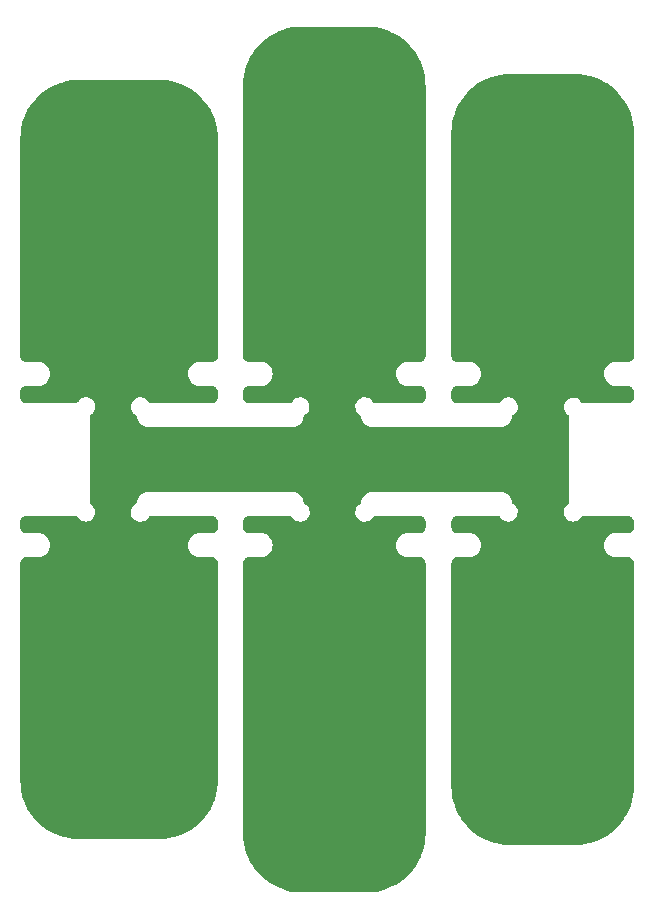
<source format=gbr>
G04 #@! TF.GenerationSoftware,KiCad,Pcbnew,9.0.2*
G04 #@! TF.CreationDate,2025-10-23T20:16:50-04:00*
G04 #@! TF.ProjectId,Trackball,54726163-6b62-4616-9c6c-2e6b69636164,rev?*
G04 #@! TF.SameCoordinates,Original*
G04 #@! TF.FileFunction,Copper,L2,Bot*
G04 #@! TF.FilePolarity,Positive*
%FSLAX46Y46*%
G04 Gerber Fmt 4.6, Leading zero omitted, Abs format (unit mm)*
G04 Created by KiCad (PCBNEW 9.0.2) date 2025-10-23 20:16:50*
%MOMM*%
%LPD*%
G01*
G04 APERTURE LIST*
G04 #@! TA.AperFunction,ComponentPad*
%ADD10C,5.000000*%
G04 #@! TD*
G04 #@! TA.AperFunction,ViaPad*
%ADD11C,0.800000*%
G04 #@! TD*
G04 APERTURE END LIST*
D10*
X-17860000Y-81600000D03*
D11*
X-460000Y-70000000D03*
X-260000Y-94000000D03*
X-17460000Y-93800000D03*
X-17460000Y-70200000D03*
X-35160000Y-70200000D03*
X-35260000Y-93800000D03*
G04 #@! TA.AperFunction,Conductor*
G36*
X-15099050Y-44997183D02*
G01*
X-14695789Y-45013738D01*
X-14685617Y-45014579D01*
X-14287700Y-45064061D01*
X-14277599Y-45065743D01*
X-13885116Y-45147926D01*
X-13875215Y-45150431D01*
X-13490853Y-45264752D01*
X-13481193Y-45268065D01*
X-13107601Y-45413738D01*
X-13098230Y-45417845D01*
X-12737936Y-45593883D01*
X-12728961Y-45598737D01*
X-12384440Y-45803930D01*
X-12375862Y-45809532D01*
X-12049483Y-46042468D01*
X-12041411Y-46048748D01*
X-11735373Y-46307858D01*
X-11727851Y-46314780D01*
X-11444259Y-46598282D01*
X-11437342Y-46605794D01*
X-11178134Y-46911753D01*
X-11171855Y-46919818D01*
X-10938806Y-47246137D01*
X-10933215Y-47254692D01*
X-10727924Y-47599130D01*
X-10723045Y-47608140D01*
X-10646510Y-47764662D01*
X-10546903Y-47968363D01*
X-10542787Y-47977744D01*
X-10396995Y-48351295D01*
X-10393683Y-48360940D01*
X-10340835Y-48538415D01*
X-10279243Y-48745254D01*
X-10276728Y-48755181D01*
X-10194421Y-49147639D01*
X-10192739Y-49157725D01*
X-10144174Y-49547253D01*
X-10143132Y-49555612D01*
X-10142285Y-49565824D01*
X-10129391Y-49877528D01*
X-10125606Y-49969017D01*
X-10125500Y-49974142D01*
X-10125500Y-72891874D01*
X-10126561Y-72908059D01*
X-10139537Y-73006623D01*
X-10147915Y-73037890D01*
X-10147915Y-73037891D01*
X-10182823Y-73122167D01*
X-10199005Y-73150197D01*
X-10222910Y-73181350D01*
X-10254541Y-73222571D01*
X-10277428Y-73245458D01*
X-10314536Y-73273933D01*
X-10349800Y-73300992D01*
X-10377824Y-73317171D01*
X-10377834Y-73317177D01*
X-10462109Y-73352084D01*
X-10493375Y-73360462D01*
X-10580208Y-73371894D01*
X-10591941Y-73373439D01*
X-10608126Y-73374500D01*
X-11591715Y-73374500D01*
X-11600000Y-73374500D01*
X-11695027Y-73374500D01*
X-11881844Y-73409423D01*
X-11946427Y-73434442D01*
X-12059057Y-73478075D01*
X-12059061Y-73478077D01*
X-12059063Y-73478078D01*
X-12220649Y-73578128D01*
X-12361100Y-73706166D01*
X-12475633Y-73857831D01*
X-12476014Y-73858597D01*
X-12560341Y-74027948D01*
X-12560347Y-74027960D01*
X-12612357Y-74210758D01*
X-12629893Y-74400000D01*
X-12612357Y-74589242D01*
X-12560347Y-74772040D01*
X-12475633Y-74942169D01*
X-12361100Y-75093834D01*
X-12220649Y-75221872D01*
X-12059063Y-75321922D01*
X-11881844Y-75390577D01*
X-11695027Y-75425500D01*
X-11610562Y-75425500D01*
X-10608285Y-75425500D01*
X-10608126Y-75425500D01*
X-10591940Y-75426561D01*
X-10493375Y-75439537D01*
X-10462107Y-75447915D01*
X-10377828Y-75482825D01*
X-10349805Y-75499003D01*
X-10277433Y-75554537D01*
X-10277428Y-75554541D01*
X-10254543Y-75577426D01*
X-10199003Y-75649805D01*
X-10182825Y-75677828D01*
X-10163146Y-75725338D01*
X-10147915Y-75762109D01*
X-10139537Y-75793376D01*
X-10126561Y-75891940D01*
X-10125500Y-75908125D01*
X-10125500Y-76391874D01*
X-10126561Y-76408059D01*
X-10139537Y-76506623D01*
X-10147915Y-76537890D01*
X-10157655Y-76561405D01*
X-10182823Y-76622167D01*
X-10199005Y-76650197D01*
X-10221863Y-76679985D01*
X-10254541Y-76722571D01*
X-10277428Y-76745458D01*
X-10314536Y-76773933D01*
X-10349800Y-76800992D01*
X-10377834Y-76817177D01*
X-10462109Y-76852084D01*
X-10493375Y-76860462D01*
X-10580208Y-76871894D01*
X-10591941Y-76873439D01*
X-10608126Y-76874500D01*
X-14460193Y-76874500D01*
X-14527232Y-76854815D01*
X-14561434Y-76817540D01*
X-14563529Y-76818941D01*
X-14567124Y-76813563D01*
X-14567126Y-76813559D01*
X-14619300Y-76735519D01*
X-14659256Y-76675753D01*
X-14777838Y-76559934D01*
X-14777842Y-76559930D01*
X-14917767Y-76471080D01*
X-14917781Y-76471073D01*
X-15073028Y-76413012D01*
X-15073034Y-76413011D01*
X-15236935Y-76388238D01*
X-15236936Y-76388238D01*
X-15402422Y-76397823D01*
X-15562364Y-76441353D01*
X-15562365Y-76441353D01*
X-15562366Y-76441354D01*
X-15709884Y-76516957D01*
X-15709885Y-76516958D01*
X-15838624Y-76621375D01*
X-15886161Y-76679985D01*
X-15943043Y-76750116D01*
X-16018646Y-76897634D01*
X-16062177Y-77057578D01*
X-16071762Y-77223064D01*
X-16046989Y-77386965D01*
X-16046987Y-77386969D01*
X-16046987Y-77386971D01*
X-16036996Y-77413686D01*
X-15988924Y-77542225D01*
X-15900067Y-77682160D01*
X-15794881Y-77789854D01*
X-15786614Y-77798319D01*
X-15784244Y-77800745D01*
X-15646441Y-77892874D01*
X-15646436Y-77892875D01*
X-15641059Y-77896471D01*
X-15642595Y-77898769D01*
X-15601179Y-77938915D01*
X-15587014Y-77984490D01*
X-15586440Y-77984389D01*
X-15585645Y-77988897D01*
X-15585542Y-77989229D01*
X-15585500Y-77989707D01*
X-15585500Y-77989720D01*
X-15554341Y-78166433D01*
X-15492969Y-78335051D01*
X-15403249Y-78490450D01*
X-15287908Y-78627908D01*
X-15150450Y-78743249D01*
X-14995051Y-78832969D01*
X-14826433Y-78894341D01*
X-14649720Y-78925500D01*
X-14649718Y-78925500D01*
X-3734190Y-78925500D01*
X-3734188Y-78925500D01*
X-3557475Y-78894341D01*
X-3388857Y-78832969D01*
X-3388854Y-78832967D01*
X-3388853Y-78832967D01*
X-3388852Y-78832966D01*
X-3233464Y-78743253D01*
X-3233461Y-78743251D01*
X-3233458Y-78743249D01*
X-3096000Y-78627908D01*
X-2980659Y-78490450D01*
X-2980657Y-78490446D01*
X-2980654Y-78490443D01*
X-2890941Y-78335055D01*
X-2890940Y-78335054D01*
X-2829566Y-78166432D01*
X-2797468Y-77984389D01*
X-2796377Y-77984581D01*
X-2772956Y-77924716D01*
X-2741402Y-77898344D01*
X-2742462Y-77896744D01*
X-2737056Y-77893167D01*
X-2737055Y-77893167D01*
X-2598123Y-77801248D01*
X-2481218Y-77682570D01*
X-2480955Y-77682160D01*
X-2453802Y-77639744D01*
X-2391402Y-77542270D01*
X-2391398Y-77542260D01*
X-2332562Y-77386422D01*
X-2307244Y-77221764D01*
X-2316547Y-77055443D01*
X-2351590Y-76925963D01*
X-2360068Y-76894639D01*
X-2360068Y-76894638D01*
X-2360069Y-76894636D01*
X-2435918Y-76746326D01*
X-2436297Y-76745859D01*
X-2540822Y-76616914D01*
X-2670231Y-76512012D01*
X-2670232Y-76512011D01*
X-2670234Y-76512010D01*
X-2818544Y-76436161D01*
X-2818546Y-76436160D01*
X-2818547Y-76436160D01*
X-2898948Y-76414400D01*
X-2979352Y-76392639D01*
X-2979350Y-76392639D01*
X-3145672Y-76383336D01*
X-3310330Y-76408654D01*
X-3466168Y-76467490D01*
X-3466169Y-76467490D01*
X-3466178Y-76467494D01*
X-3552586Y-76522810D01*
X-3606474Y-76557307D01*
X-3606475Y-76557308D01*
X-3606478Y-76557310D01*
X-3725156Y-76674215D01*
X-3817042Y-76813097D01*
X-3820652Y-76818554D01*
X-3823095Y-76816937D01*
X-3862673Y-76858126D01*
X-3924258Y-76874500D01*
X-7455783Y-76874500D01*
X-7471967Y-76873439D01*
X-7482153Y-76872098D01*
X-7570533Y-76860462D01*
X-7601799Y-76852084D01*
X-7686074Y-76817177D01*
X-7714110Y-76800991D01*
X-7786480Y-76745458D01*
X-7809367Y-76722571D01*
X-7864900Y-76650201D01*
X-7881086Y-76622165D01*
X-7915993Y-76537890D01*
X-7924371Y-76506624D01*
X-7936374Y-76415455D01*
X-7937348Y-76408058D01*
X-7938409Y-76391874D01*
X-7938409Y-75908125D01*
X-7937348Y-75891939D01*
X-7924371Y-75793375D01*
X-7915993Y-75762109D01*
X-7881086Y-75677834D01*
X-7864900Y-75649798D01*
X-7864897Y-75649795D01*
X-7840996Y-75618646D01*
X-7809367Y-75577428D01*
X-7786480Y-75554541D01*
X-7749365Y-75526061D01*
X-7714106Y-75499005D01*
X-7686077Y-75482823D01*
X-7646558Y-75466454D01*
X-7601799Y-75447915D01*
X-7570532Y-75439537D01*
X-7471968Y-75426561D01*
X-7455783Y-75425500D01*
X-6368884Y-75425500D01*
X-6368882Y-75425500D01*
X-6182065Y-75390577D01*
X-6004846Y-75321922D01*
X-5843260Y-75221872D01*
X-5702809Y-75093834D01*
X-5588276Y-74942169D01*
X-5587895Y-74941403D01*
X-5503562Y-74772042D01*
X-5451551Y-74589239D01*
X-5434016Y-74400000D01*
X-5434016Y-74399999D01*
X-5451551Y-74210760D01*
X-5503562Y-74027957D01*
X-5588276Y-73857830D01*
X-5702810Y-73706164D01*
X-5843258Y-73578129D01*
X-6004847Y-73478077D01*
X-6004851Y-73478075D01*
X-6134731Y-73427760D01*
X-6182065Y-73409423D01*
X-6368882Y-73374500D01*
X-6368884Y-73374500D01*
X-7455783Y-73374500D01*
X-7471967Y-73373439D01*
X-7482153Y-73372098D01*
X-7570533Y-73360462D01*
X-7601799Y-73352084D01*
X-7686074Y-73317177D01*
X-7714110Y-73300991D01*
X-7786480Y-73245458D01*
X-7809367Y-73222571D01*
X-7864900Y-73150201D01*
X-7881086Y-73122165D01*
X-7915993Y-73037890D01*
X-7924371Y-73006624D01*
X-7937347Y-72908067D01*
X-7938408Y-72891881D01*
X-7938408Y-53975877D01*
X-7938302Y-53970753D01*
X-7921635Y-53567731D01*
X-7920789Y-53557520D01*
X-7871223Y-53159795D01*
X-7869537Y-53149688D01*
X-7787301Y-52757407D01*
X-7784786Y-52747474D01*
X-7670446Y-52363330D01*
X-7667120Y-52353639D01*
X-7521452Y-51980242D01*
X-7517337Y-51970858D01*
X-7341337Y-51610759D01*
X-7336460Y-51601747D01*
X-7131329Y-51257410D01*
X-7125726Y-51248831D01*
X-6892876Y-50922617D01*
X-6886584Y-50914530D01*
X-6627578Y-50608635D01*
X-6620639Y-50601096D01*
X-6337281Y-50317648D01*
X-6329744Y-50310707D01*
X-6327135Y-50308497D01*
X-6176840Y-50181158D01*
X-6023937Y-50051610D01*
X-6015852Y-50045315D01*
X-5689713Y-49812362D01*
X-5681136Y-49806755D01*
X-5336849Y-49601508D01*
X-5327838Y-49596630D01*
X-5326809Y-49596127D01*
X-4967807Y-49420521D01*
X-4958426Y-49416404D01*
X-4585068Y-49270615D01*
X-4575400Y-49267293D01*
X-4191265Y-49152823D01*
X-4181350Y-49150309D01*
X-3789067Y-49067944D01*
X-3778997Y-49066261D01*
X-3381259Y-49016565D01*
X-3371066Y-49015717D01*
X-2968040Y-48998923D01*
X-2963021Y-48998816D01*
X-2958204Y-48998815D01*
X-2958201Y-48998814D01*
X-2958201Y-48998815D01*
X-2958196Y-48998815D01*
X-2958195Y-48998814D01*
X2531995Y-48997080D01*
X2537041Y-48997183D01*
X2940300Y-49013738D01*
X2950475Y-49014579D01*
X3348398Y-49064063D01*
X3358481Y-49065742D01*
X3749543Y-49147627D01*
X3750957Y-49147923D01*
X3760894Y-49150437D01*
X3775244Y-49154705D01*
X4145229Y-49264750D01*
X4154904Y-49268069D01*
X4368342Y-49351294D01*
X4528481Y-49413736D01*
X4537869Y-49417851D01*
X4898145Y-49593879D01*
X4907140Y-49598744D01*
X4992031Y-49649304D01*
X5251650Y-49803931D01*
X5260232Y-49809536D01*
X5586597Y-50042461D01*
X5594688Y-50048756D01*
X5900718Y-50307859D01*
X5908238Y-50314780D01*
X5969984Y-50376506D01*
X6191817Y-50598269D01*
X6198761Y-50605810D01*
X6457946Y-50911742D01*
X6464243Y-50919830D01*
X6697274Y-51246124D01*
X6702882Y-51254705D01*
X6908165Y-51599131D01*
X6913045Y-51608145D01*
X7089186Y-51968364D01*
X7093304Y-51977751D01*
X7239086Y-52351271D01*
X7242415Y-52360967D01*
X7356846Y-52745255D01*
X7359363Y-52755191D01*
X7441665Y-53147627D01*
X7443352Y-53157738D01*
X7492957Y-53555612D01*
X7493804Y-53565828D01*
X7510486Y-53969069D01*
X7510592Y-53974194D01*
X7510592Y-72891874D01*
X7509531Y-72908059D01*
X7496555Y-73006622D01*
X7488177Y-73037891D01*
X7453268Y-73122167D01*
X7437082Y-73150200D01*
X7381552Y-73222567D01*
X7358663Y-73245456D01*
X7286295Y-73300985D01*
X7258260Y-73317171D01*
X7173981Y-73352079D01*
X7142714Y-73360456D01*
X7053510Y-73372199D01*
X7044090Y-73373439D01*
X7027908Y-73374500D01*
X6044377Y-73374500D01*
X6036092Y-73374500D01*
X5941065Y-73374500D01*
X5754248Y-73409422D01*
X5754245Y-73409422D01*
X5754245Y-73409423D01*
X5577030Y-73478075D01*
X5577029Y-73478076D01*
X5415440Y-73578128D01*
X5274992Y-73706162D01*
X5160459Y-73857828D01*
X5160454Y-73857836D01*
X5075748Y-74027948D01*
X5075743Y-74027961D01*
X5023732Y-74210758D01*
X5006197Y-74399999D01*
X5006197Y-74400000D01*
X5023732Y-74589241D01*
X5023733Y-74589243D01*
X5075744Y-74772041D01*
X5075744Y-74772042D01*
X5075748Y-74772051D01*
X5160454Y-74942163D01*
X5160459Y-74942171D01*
X5274992Y-75093837D01*
X5395817Y-75203982D01*
X5415442Y-75221873D01*
X5577028Y-75321923D01*
X5577029Y-75321923D01*
X5577030Y-75321924D01*
X5614573Y-75336468D01*
X5754248Y-75390578D01*
X5941065Y-75425500D01*
X6025530Y-75425500D01*
X7027807Y-75425500D01*
X7027968Y-75425500D01*
X7044151Y-75426560D01*
X7142718Y-75439536D01*
X7173984Y-75447913D01*
X7258264Y-75482821D01*
X7286298Y-75499006D01*
X7358669Y-75554538D01*
X7381553Y-75577421D01*
X7437089Y-75649795D01*
X7453274Y-75677829D01*
X7488183Y-75762107D01*
X7496561Y-75793373D01*
X7507226Y-75874373D01*
X7509209Y-75889438D01*
X7509531Y-75891879D01*
X7510592Y-75908066D01*
X7510592Y-76391874D01*
X7509531Y-76408059D01*
X7496555Y-76506622D01*
X7488177Y-76537889D01*
X7472947Y-76574659D01*
X7453268Y-76622167D01*
X7437082Y-76650200D01*
X7381552Y-76722567D01*
X7358663Y-76745456D01*
X7286295Y-76800985D01*
X7258260Y-76817171D01*
X7173981Y-76852079D01*
X7142714Y-76860456D01*
X7053510Y-76872199D01*
X7044090Y-76873439D01*
X7027908Y-76874500D01*
X3173836Y-76874500D01*
X3106797Y-76854815D01*
X3070365Y-76816235D01*
X3069668Y-76816736D01*
X3065971Y-76811582D01*
X3065854Y-76811458D01*
X3065749Y-76811273D01*
X3065749Y-76811272D01*
X2965950Y-76672136D01*
X2838565Y-76557718D01*
X2838563Y-76557716D01*
X2704436Y-76481796D01*
X2689554Y-76473372D01*
X2689553Y-76473371D01*
X2689552Y-76473371D01*
X2525894Y-76423045D01*
X2525891Y-76423044D01*
X2355234Y-76409090D01*
X2185570Y-76432162D01*
X2024840Y-76491180D01*
X2024835Y-76491183D01*
X1880553Y-76583389D01*
X1759481Y-76704461D01*
X1667275Y-76848743D01*
X1667272Y-76848748D01*
X1608254Y-77009478D01*
X1597034Y-77091988D01*
X1585182Y-77179142D01*
X1599136Y-77349799D01*
X1599137Y-77349802D01*
X1619690Y-77416641D01*
X1649464Y-77513462D01*
X1665773Y-77542275D01*
X1733808Y-77662471D01*
X1751906Y-77682620D01*
X1848228Y-77789858D01*
X1939892Y-77855606D01*
X1987058Y-77889438D01*
X1987364Y-77889657D01*
X1987368Y-77889658D01*
X1987536Y-77889754D01*
X1987623Y-77889843D01*
X1992828Y-77893577D01*
X1992159Y-77894508D01*
X2036245Y-77939846D01*
X2050592Y-77997744D01*
X2050592Y-85300709D01*
X2030907Y-85367748D01*
X1991092Y-85404813D01*
X1991660Y-85405628D01*
X1843626Y-85508738D01*
X1843626Y-85508739D01*
X1726035Y-85636514D01*
X1638930Y-85786743D01*
X1638930Y-85786744D01*
X1586458Y-85952272D01*
X1586458Y-85952273D01*
X1571110Y-86125246D01*
X1593618Y-86297434D01*
X1634787Y-86410760D01*
X1652910Y-86460647D01*
X1746167Y-86607132D01*
X1868957Y-86729922D01*
X1919512Y-86762107D01*
X2014444Y-86822545D01*
X2015442Y-86823180D01*
X2153199Y-86873223D01*
X2176878Y-86881825D01*
X2178657Y-86882471D01*
X2350843Y-86904979D01*
X2523815Y-86889631D01*
X2689348Y-86837159D01*
X2839574Y-86750056D01*
X2967350Y-86632463D01*
X3066602Y-86489972D01*
X3066603Y-86489968D01*
X3070460Y-86484432D01*
X3071480Y-86485143D01*
X3115941Y-86440674D01*
X3175379Y-86425500D01*
X7027807Y-86425500D01*
X7027968Y-86425500D01*
X7044151Y-86426560D01*
X7142718Y-86439536D01*
X7173983Y-86447912D01*
X7202748Y-86459827D01*
X7258264Y-86482821D01*
X7286298Y-86499006D01*
X7358669Y-86554538D01*
X7381553Y-86577421D01*
X7437089Y-86649795D01*
X7453274Y-86677829D01*
X7488183Y-86762107D01*
X7496561Y-86793373D01*
X7505973Y-86864857D01*
X7509209Y-86889438D01*
X7509531Y-86891879D01*
X7510592Y-86908066D01*
X7510592Y-87391874D01*
X7509531Y-87408059D01*
X7496555Y-87506622D01*
X7488177Y-87537891D01*
X7453268Y-87622167D01*
X7437082Y-87650200D01*
X7381552Y-87722567D01*
X7358663Y-87745456D01*
X7286295Y-87800985D01*
X7258260Y-87817171D01*
X7173981Y-87852079D01*
X7142714Y-87860456D01*
X7053510Y-87872199D01*
X7044090Y-87873439D01*
X7027908Y-87874500D01*
X6044377Y-87874500D01*
X6036092Y-87874500D01*
X5941065Y-87874500D01*
X5754248Y-87909422D01*
X5754245Y-87909422D01*
X5754245Y-87909423D01*
X5577030Y-87978075D01*
X5577029Y-87978076D01*
X5415440Y-88078128D01*
X5274992Y-88206162D01*
X5160459Y-88357828D01*
X5160454Y-88357836D01*
X5075748Y-88527948D01*
X5075743Y-88527961D01*
X5023732Y-88710758D01*
X5006197Y-88899999D01*
X5006197Y-88900000D01*
X5023732Y-89089241D01*
X5023733Y-89089243D01*
X5075744Y-89272041D01*
X5075744Y-89272042D01*
X5075748Y-89272051D01*
X5160454Y-89442163D01*
X5160459Y-89442171D01*
X5274992Y-89593837D01*
X5395817Y-89703982D01*
X5415442Y-89721873D01*
X5577028Y-89821923D01*
X5577029Y-89821923D01*
X5577030Y-89821924D01*
X5614573Y-89836468D01*
X5754248Y-89890578D01*
X5941065Y-89925500D01*
X6025530Y-89925500D01*
X7027807Y-89925500D01*
X7027968Y-89925500D01*
X7044151Y-89926560D01*
X7142718Y-89939536D01*
X7173984Y-89947913D01*
X7258264Y-89982821D01*
X7286298Y-89999006D01*
X7358669Y-90054538D01*
X7381553Y-90077421D01*
X7437089Y-90149795D01*
X7453274Y-90177829D01*
X7488183Y-90262107D01*
X7496561Y-90293373D01*
X7507226Y-90374373D01*
X7509209Y-90389438D01*
X7509531Y-90391879D01*
X7510592Y-90408066D01*
X7510592Y-109325857D01*
X7510486Y-109330983D01*
X7493806Y-109734172D01*
X7492959Y-109744387D01*
X7443354Y-110142261D01*
X7441667Y-110152372D01*
X7359364Y-110544811D01*
X7356847Y-110554748D01*
X7242417Y-110939031D01*
X7239088Y-110948726D01*
X7093306Y-111322249D01*
X7089188Y-111331636D01*
X6913047Y-111691855D01*
X6908167Y-111700869D01*
X6702884Y-112045294D01*
X6697276Y-112053875D01*
X6464245Y-112380169D01*
X6457948Y-112388257D01*
X6198762Y-112694190D01*
X6191818Y-112701731D01*
X5908250Y-112985210D01*
X5900708Y-112992151D01*
X5594689Y-113251244D01*
X5586598Y-113257539D01*
X5260233Y-113490464D01*
X5251651Y-113496069D01*
X4907151Y-113701250D01*
X4898134Y-113706127D01*
X4537870Y-113882149D01*
X4528482Y-113886264D01*
X4154915Y-114031927D01*
X4145219Y-114035253D01*
X3760894Y-114149563D01*
X3750957Y-114152077D01*
X3358498Y-114234255D01*
X3348386Y-114235939D01*
X2950496Y-114285419D01*
X2940280Y-114286263D01*
X2537105Y-114302814D01*
X2531980Y-114302918D01*
X-2939778Y-114301189D01*
X-2958204Y-114301184D01*
X-2958246Y-114301183D01*
X-2962943Y-114301182D01*
X-2968054Y-114301074D01*
X-3371057Y-114284281D01*
X-3381268Y-114283432D01*
X-3778979Y-114233740D01*
X-3789085Y-114232051D01*
X-4181340Y-114149691D01*
X-4191272Y-114147173D01*
X-4575388Y-114032709D01*
X-4585079Y-114029379D01*
X-4958426Y-113883594D01*
X-4967808Y-113879476D01*
X-5327847Y-113703365D01*
X-5336858Y-113698486D01*
X-5681126Y-113493249D01*
X-5689703Y-113487643D01*
X-6015844Y-113254688D01*
X-6023928Y-113248394D01*
X-6329749Y-112989286D01*
X-6337287Y-112982344D01*
X-6620638Y-112698903D01*
X-6627577Y-112691364D01*
X-6886583Y-112385468D01*
X-6892875Y-112377381D01*
X-7125725Y-112051167D01*
X-7131329Y-112042588D01*
X-7336465Y-111698241D01*
X-7341340Y-111689229D01*
X-7517331Y-111329151D01*
X-7521447Y-111319767D01*
X-7667119Y-110946360D01*
X-7670445Y-110936669D01*
X-7784785Y-110552525D01*
X-7787300Y-110542592D01*
X-7869536Y-110150310D01*
X-7871222Y-110140203D01*
X-7920788Y-109742478D01*
X-7921634Y-109732267D01*
X-7938302Y-109329212D01*
X-7938408Y-109324088D01*
X-7938408Y-90408123D01*
X-7937347Y-90391938D01*
X-7924371Y-90293376D01*
X-7924370Y-90293373D01*
X-7915993Y-90262109D01*
X-7881086Y-90177834D01*
X-7864900Y-90149798D01*
X-7864897Y-90149795D01*
X-7840996Y-90118646D01*
X-7809367Y-90077428D01*
X-7786480Y-90054541D01*
X-7749365Y-90026061D01*
X-7714106Y-89999005D01*
X-7686077Y-89982823D01*
X-7646558Y-89966454D01*
X-7601799Y-89947915D01*
X-7570532Y-89939537D01*
X-7471968Y-89926561D01*
X-7455783Y-89925500D01*
X-6368884Y-89925500D01*
X-6368882Y-89925500D01*
X-6182065Y-89890577D01*
X-6004846Y-89821922D01*
X-5843260Y-89721872D01*
X-5702809Y-89593834D01*
X-5588276Y-89442169D01*
X-5587895Y-89441403D01*
X-5503562Y-89272042D01*
X-5451551Y-89089239D01*
X-5434016Y-88900000D01*
X-5434016Y-88899999D01*
X-5451551Y-88710760D01*
X-5503562Y-88527957D01*
X-5588276Y-88357830D01*
X-5702810Y-88206164D01*
X-5843258Y-88078129D01*
X-6004847Y-87978077D01*
X-6004851Y-87978075D01*
X-6134731Y-87927760D01*
X-6182065Y-87909423D01*
X-6368882Y-87874500D01*
X-6368884Y-87874500D01*
X-7455783Y-87874500D01*
X-7471967Y-87873439D01*
X-7482153Y-87872098D01*
X-7570533Y-87860462D01*
X-7601799Y-87852084D01*
X-7686074Y-87817177D01*
X-7714110Y-87800991D01*
X-7786480Y-87745458D01*
X-7809367Y-87722571D01*
X-7864900Y-87650201D01*
X-7881086Y-87622165D01*
X-7915993Y-87537890D01*
X-7924371Y-87506624D01*
X-7937348Y-87408060D01*
X-7938409Y-87391874D01*
X-7938409Y-86908125D01*
X-7937348Y-86891939D01*
X-7936897Y-86888518D01*
X-7931221Y-86845399D01*
X-7924371Y-86793375D01*
X-7915993Y-86762109D01*
X-7881086Y-86677834D01*
X-7864900Y-86649798D01*
X-7864897Y-86649795D01*
X-7840996Y-86618646D01*
X-7809367Y-86577428D01*
X-7786480Y-86554541D01*
X-7723928Y-86506542D01*
X-7714106Y-86499005D01*
X-7686077Y-86482823D01*
X-7632538Y-86460647D01*
X-7601799Y-86447915D01*
X-7570532Y-86439537D01*
X-7471968Y-86426561D01*
X-7455783Y-86425500D01*
X-7455624Y-86425500D01*
X-3923058Y-86425500D01*
X-3856019Y-86445185D01*
X-3819007Y-86484890D01*
X-3818204Y-86484329D01*
X-3814342Y-86489859D01*
X-3814341Y-86489862D01*
X-3715041Y-86632059D01*
X-3587299Y-86749373D01*
X-3437180Y-86836234D01*
X-3320178Y-86873226D01*
X-3271815Y-86888517D01*
X-3271813Y-86888517D01*
X-3271811Y-86888518D01*
X-3271808Y-86888518D01*
X-3271804Y-86888519D01*
X-3099046Y-86903743D01*
X-3099043Y-86903743D01*
X-2927079Y-86881186D01*
X-2882171Y-86864857D01*
X-2764090Y-86821922D01*
X-2764089Y-86821921D01*
X-2764082Y-86821919D01*
X-2617792Y-86728754D01*
X-2617791Y-86728753D01*
X-2617789Y-86728752D01*
X-2495154Y-86606117D01*
X-2462308Y-86554541D01*
X-2401988Y-86459825D01*
X-2401986Y-86459820D01*
X-2401984Y-86459816D01*
X-2342720Y-86296827D01*
X-2320163Y-86124863D01*
X-2320163Y-86124860D01*
X-2335387Y-85952102D01*
X-2335389Y-85952091D01*
X-2387671Y-85786732D01*
X-2387675Y-85786722D01*
X-2474532Y-85636609D01*
X-2591849Y-85508864D01*
X-2734049Y-85409563D01*
X-2734330Y-85409410D01*
X-2734468Y-85409270D01*
X-2739578Y-85405703D01*
X-2738939Y-85404789D01*
X-2783677Y-85359947D01*
X-2797073Y-85315541D01*
X-2797467Y-85315611D01*
X-2798050Y-85312300D01*
X-2798304Y-85311461D01*
X-2798407Y-85310275D01*
X-2829565Y-85133567D01*
X-2890939Y-84964945D01*
X-2890940Y-84964944D01*
X-2980653Y-84809556D01*
X-3095999Y-84672092D01*
X-3233463Y-84556746D01*
X-3388851Y-84467033D01*
X-3388852Y-84467032D01*
X-3557474Y-84405658D01*
X-3734184Y-84374500D01*
X-3734187Y-84374500D01*
X-3813345Y-84374500D01*
X-14551714Y-84374500D01*
X-14559999Y-84374500D01*
X-14649719Y-84374500D01*
X-14649721Y-84374500D01*
X-14826431Y-84405658D01*
X-14995053Y-84467032D01*
X-14995054Y-84467033D01*
X-15150442Y-84556746D01*
X-15150445Y-84556749D01*
X-15150449Y-84556751D01*
X-15287907Y-84672092D01*
X-15403248Y-84809550D01*
X-15403250Y-84809553D01*
X-15403252Y-84809556D01*
X-15462831Y-84912750D01*
X-15492968Y-84964949D01*
X-15554340Y-85133567D01*
X-15585499Y-85310280D01*
X-15585499Y-85310290D01*
X-15585542Y-85310772D01*
X-15585621Y-85310975D01*
X-15586439Y-85315611D01*
X-15587370Y-85315446D01*
X-15610994Y-85375841D01*
X-15642100Y-85401971D01*
X-15641060Y-85403528D01*
X-15784237Y-85499250D01*
X-15784244Y-85499255D01*
X-15900067Y-85617839D01*
X-15988924Y-85757774D01*
X-16046990Y-85913035D01*
X-16071763Y-86076936D01*
X-16062178Y-86242422D01*
X-16018647Y-86402367D01*
X-15943044Y-86549886D01*
X-15838625Y-86678626D01*
X-15709885Y-86783045D01*
X-15562366Y-86858648D01*
X-15402421Y-86902179D01*
X-15236935Y-86911764D01*
X-15073034Y-86886991D01*
X-14917773Y-86828925D01*
X-14911037Y-86824648D01*
X-14777841Y-86740070D01*
X-14777840Y-86740069D01*
X-14777838Y-86740068D01*
X-14659254Y-86624245D01*
X-14659251Y-86624241D01*
X-14659250Y-86624240D01*
X-14563526Y-86481059D01*
X-14561115Y-86482670D01*
X-14521288Y-86441596D01*
X-14460191Y-86425500D01*
X-10608285Y-86425500D01*
X-10608126Y-86425500D01*
X-10591940Y-86426561D01*
X-10493375Y-86439537D01*
X-10462107Y-86447915D01*
X-10377828Y-86482825D01*
X-10349805Y-86499003D01*
X-10283493Y-86549887D01*
X-10277428Y-86554541D01*
X-10254543Y-86577426D01*
X-10199003Y-86649805D01*
X-10182825Y-86677828D01*
X-10157044Y-86740070D01*
X-10147915Y-86762109D01*
X-10139537Y-86793375D01*
X-10129409Y-86870306D01*
X-10126561Y-86891940D01*
X-10125500Y-86908125D01*
X-10125500Y-87391874D01*
X-10126561Y-87408059D01*
X-10139537Y-87506623D01*
X-10147915Y-87537890D01*
X-10147915Y-87537891D01*
X-10182823Y-87622167D01*
X-10199005Y-87650197D01*
X-10222910Y-87681350D01*
X-10254541Y-87722571D01*
X-10277428Y-87745458D01*
X-10314536Y-87773933D01*
X-10349800Y-87800992D01*
X-10377834Y-87817177D01*
X-10462109Y-87852084D01*
X-10493375Y-87860462D01*
X-10580208Y-87871894D01*
X-10591941Y-87873439D01*
X-10608126Y-87874500D01*
X-11591715Y-87874500D01*
X-11600000Y-87874500D01*
X-11695027Y-87874500D01*
X-11881844Y-87909423D01*
X-11946427Y-87934442D01*
X-12059057Y-87978075D01*
X-12059061Y-87978077D01*
X-12059063Y-87978078D01*
X-12220649Y-88078128D01*
X-12361100Y-88206166D01*
X-12475633Y-88357831D01*
X-12476014Y-88358597D01*
X-12560341Y-88527948D01*
X-12560347Y-88527960D01*
X-12612357Y-88710758D01*
X-12629893Y-88900000D01*
X-12612357Y-89089242D01*
X-12560347Y-89272040D01*
X-12475633Y-89442169D01*
X-12361100Y-89593834D01*
X-12220649Y-89721872D01*
X-12059063Y-89821922D01*
X-11881844Y-89890577D01*
X-11695027Y-89925500D01*
X-11610562Y-89925500D01*
X-10608285Y-89925500D01*
X-10608126Y-89925500D01*
X-10591940Y-89926561D01*
X-10493375Y-89939537D01*
X-10462107Y-89947915D01*
X-10377828Y-89982825D01*
X-10349805Y-89999003D01*
X-10277433Y-90054537D01*
X-10277428Y-90054541D01*
X-10254543Y-90077426D01*
X-10199003Y-90149805D01*
X-10182825Y-90177828D01*
X-10163146Y-90225338D01*
X-10147915Y-90262109D01*
X-10139537Y-90293376D01*
X-10126561Y-90391940D01*
X-10125500Y-90408125D01*
X-10125500Y-113325857D01*
X-10125606Y-113330982D01*
X-10140917Y-113701112D01*
X-10142285Y-113734171D01*
X-10143131Y-113744384D01*
X-10192480Y-114140203D01*
X-10192737Y-114142261D01*
X-10194422Y-114152364D01*
X-10276731Y-114544829D01*
X-10279238Y-114554724D01*
X-10393681Y-114939051D01*
X-10396998Y-114948712D01*
X-10477393Y-115154702D01*
X-10542785Y-115322249D01*
X-10546903Y-115331636D01*
X-10723044Y-115691855D01*
X-10727924Y-115700869D01*
X-10933207Y-116045294D01*
X-10938815Y-116053875D01*
X-11171846Y-116380169D01*
X-11178143Y-116388257D01*
X-11437329Y-116694190D01*
X-11444271Y-116701729D01*
X-11727851Y-116985219D01*
X-11735373Y-116992142D01*
X-11938678Y-117164272D01*
X-12041402Y-117251244D01*
X-12049493Y-117257539D01*
X-12375858Y-117490464D01*
X-12384440Y-117496069D01*
X-12637876Y-117647013D01*
X-12728708Y-117701112D01*
X-12728940Y-117701250D01*
X-12737957Y-117706127D01*
X-13098221Y-117882149D01*
X-13107609Y-117886264D01*
X-13481176Y-118031927D01*
X-13490872Y-118035253D01*
X-13875197Y-118149563D01*
X-13885134Y-118152077D01*
X-14277593Y-118234255D01*
X-14287705Y-118235939D01*
X-14685595Y-118285419D01*
X-14695811Y-118286263D01*
X-15098985Y-118302814D01*
X-15104110Y-118302918D01*
X-20575900Y-118301189D01*
X-20594296Y-118301184D01*
X-20594338Y-118301183D01*
X-20599035Y-118301182D01*
X-20604146Y-118301074D01*
X-21007149Y-118284281D01*
X-21017360Y-118283432D01*
X-21415071Y-118233740D01*
X-21425177Y-118232051D01*
X-21817432Y-118149691D01*
X-21827364Y-118147173D01*
X-22211480Y-118032709D01*
X-22221171Y-118029379D01*
X-22594518Y-117883594D01*
X-22603900Y-117879476D01*
X-22963939Y-117703365D01*
X-22972950Y-117698486D01*
X-23317218Y-117493249D01*
X-23325795Y-117487643D01*
X-23651936Y-117254688D01*
X-23660020Y-117248394D01*
X-23965841Y-116989286D01*
X-23973379Y-116982344D01*
X-24256730Y-116698903D01*
X-24263669Y-116691364D01*
X-24522675Y-116385468D01*
X-24528967Y-116377381D01*
X-24761817Y-116051167D01*
X-24767421Y-116042588D01*
X-24972557Y-115698241D01*
X-24977432Y-115689229D01*
X-25153423Y-115329151D01*
X-25157539Y-115319767D01*
X-25303211Y-114946360D01*
X-25306537Y-114936669D01*
X-25420877Y-114552525D01*
X-25423392Y-114542592D01*
X-25505628Y-114150310D01*
X-25507314Y-114140203D01*
X-25556880Y-113742478D01*
X-25557726Y-113732267D01*
X-25574394Y-113329212D01*
X-25574500Y-113324088D01*
X-25574500Y-90408123D01*
X-25573439Y-90391938D01*
X-25560463Y-90293376D01*
X-25560462Y-90293373D01*
X-25552085Y-90262109D01*
X-25517178Y-90177834D01*
X-25500992Y-90149798D01*
X-25500989Y-90149795D01*
X-25477088Y-90118646D01*
X-25445459Y-90077428D01*
X-25422572Y-90054541D01*
X-25385457Y-90026061D01*
X-25350198Y-89999005D01*
X-25322169Y-89982823D01*
X-25282650Y-89966454D01*
X-25237891Y-89947915D01*
X-25206624Y-89939537D01*
X-25108060Y-89926561D01*
X-25091875Y-89925500D01*
X-24004976Y-89925500D01*
X-24004974Y-89925500D01*
X-23818157Y-89890577D01*
X-23640938Y-89821922D01*
X-23479352Y-89721872D01*
X-23338901Y-89593834D01*
X-23224368Y-89442169D01*
X-23223987Y-89441403D01*
X-23139654Y-89272042D01*
X-23087643Y-89089239D01*
X-23070108Y-88900000D01*
X-23070108Y-88899999D01*
X-23087643Y-88710760D01*
X-23139654Y-88527957D01*
X-23224368Y-88357830D01*
X-23338902Y-88206164D01*
X-23479350Y-88078129D01*
X-23640939Y-87978077D01*
X-23640943Y-87978075D01*
X-23770823Y-87927760D01*
X-23818157Y-87909423D01*
X-24004974Y-87874500D01*
X-24004976Y-87874500D01*
X-25091875Y-87874500D01*
X-25108059Y-87873439D01*
X-25118245Y-87872098D01*
X-25206625Y-87860462D01*
X-25237891Y-87852084D01*
X-25322166Y-87817177D01*
X-25350202Y-87800991D01*
X-25422572Y-87745458D01*
X-25445459Y-87722571D01*
X-25500992Y-87650201D01*
X-25517178Y-87622165D01*
X-25552085Y-87537890D01*
X-25560463Y-87506624D01*
X-25573440Y-87408060D01*
X-25574501Y-87391874D01*
X-25574501Y-86908125D01*
X-25573440Y-86891939D01*
X-25572989Y-86888518D01*
X-25567313Y-86845399D01*
X-25560463Y-86793375D01*
X-25552085Y-86762109D01*
X-25517178Y-86677834D01*
X-25500992Y-86649798D01*
X-25500989Y-86649795D01*
X-25477088Y-86618646D01*
X-25445459Y-86577428D01*
X-25422572Y-86554541D01*
X-25360020Y-86506542D01*
X-25350198Y-86499005D01*
X-25322169Y-86482823D01*
X-25268630Y-86460647D01*
X-25237891Y-86447915D01*
X-25206624Y-86439537D01*
X-25108060Y-86426561D01*
X-25091875Y-86425500D01*
X-25091716Y-86425500D01*
X-21561021Y-86425500D01*
X-21493982Y-86445185D01*
X-21459284Y-86483368D01*
X-21457081Y-86481929D01*
X-21451900Y-86489862D01*
X-21361877Y-86627703D01*
X-21243085Y-86745954D01*
X-21102331Y-86836965D01*
X-20945748Y-86896771D01*
X-20780161Y-86922765D01*
X-20780155Y-86922764D01*
X-20780154Y-86922765D01*
X-20682525Y-86917544D01*
X-20612785Y-86913815D01*
X-20549359Y-86896768D01*
X-20450917Y-86870310D01*
X-20450915Y-86870309D01*
X-20450914Y-86870309D01*
X-20413519Y-86851234D01*
X-20301607Y-86794148D01*
X-20301604Y-86794146D01*
X-20301602Y-86794145D01*
X-20280671Y-86777190D01*
X-20171356Y-86688642D01*
X-20065857Y-86558401D01*
X-20065850Y-86558391D01*
X-19989692Y-86409090D01*
X-19989688Y-86409081D01*
X-19946185Y-86247220D01*
X-19946183Y-86247208D01*
X-19937233Y-86079844D01*
X-19937234Y-86079838D01*
X-19937690Y-86076931D01*
X-19963228Y-85914251D01*
X-19963228Y-85914249D01*
X-19963229Y-85914247D01*
X-19963230Y-85914243D01*
X-20023032Y-85757671D01*
X-20023032Y-85757670D01*
X-20114046Y-85616912D01*
X-20232295Y-85498122D01*
X-20232297Y-85498120D01*
X-20378070Y-85402918D01*
X-20376552Y-85400594D01*
X-20418362Y-85360810D01*
X-20432690Y-85315457D01*
X-20433559Y-85315611D01*
X-20465657Y-85133567D01*
X-20527031Y-84964945D01*
X-20527032Y-84964944D01*
X-20616745Y-84809556D01*
X-20732091Y-84672092D01*
X-20869555Y-84556746D01*
X-21024943Y-84467033D01*
X-21024944Y-84467032D01*
X-21193566Y-84405658D01*
X-21370276Y-84374500D01*
X-21370279Y-84374500D01*
X-21449437Y-84374500D01*
X-33551714Y-84374500D01*
X-33559999Y-84374500D01*
X-33649719Y-84374500D01*
X-33649721Y-84374500D01*
X-33826431Y-84405658D01*
X-33995053Y-84467032D01*
X-33995054Y-84467033D01*
X-34150442Y-84556746D01*
X-34150445Y-84556749D01*
X-34150449Y-84556751D01*
X-34287907Y-84672092D01*
X-34403248Y-84809550D01*
X-34403250Y-84809553D01*
X-34403252Y-84809556D01*
X-34462831Y-84912750D01*
X-34492968Y-84964949D01*
X-34530003Y-85066701D01*
X-34554340Y-85133567D01*
X-34586439Y-85315611D01*
X-34587818Y-85315367D01*
X-34610855Y-85374263D01*
X-34643236Y-85401085D01*
X-34642145Y-85402766D01*
X-34677158Y-85425500D01*
X-34788565Y-85497837D01*
X-34907423Y-85616680D01*
X-34998973Y-85757638D01*
X-35059215Y-85914551D01*
X-35085515Y-86080560D01*
X-35076723Y-86248409D01*
X-35033225Y-86410762D01*
X-34956920Y-86560523D01*
X-34851145Y-86691146D01*
X-34720522Y-86796921D01*
X-34570761Y-86873226D01*
X-34408408Y-86916724D01*
X-34240559Y-86925516D01*
X-34074550Y-86899216D01*
X-33917637Y-86838974D01*
X-33776679Y-86747424D01*
X-33657836Y-86628566D01*
X-33643919Y-86607132D01*
X-33562765Y-86482146D01*
X-33560243Y-86483783D01*
X-33521260Y-86442452D01*
X-33458677Y-86425500D01*
X-28193119Y-86425500D01*
X-28176933Y-86426560D01*
X-28078374Y-86439537D01*
X-28047107Y-86447915D01*
X-27962828Y-86482825D01*
X-27934805Y-86499003D01*
X-27868493Y-86549887D01*
X-27862428Y-86554541D01*
X-27839543Y-86577426D01*
X-27784003Y-86649805D01*
X-27767825Y-86677828D01*
X-27742044Y-86740070D01*
X-27732915Y-86762109D01*
X-27724537Y-86793375D01*
X-27714409Y-86870306D01*
X-27711561Y-86891940D01*
X-27710500Y-86908125D01*
X-27710500Y-87391874D01*
X-27711561Y-87408059D01*
X-27724537Y-87506623D01*
X-27732915Y-87537890D01*
X-27732915Y-87537891D01*
X-27767823Y-87622167D01*
X-27784005Y-87650197D01*
X-27807910Y-87681350D01*
X-27839541Y-87722571D01*
X-27862428Y-87745458D01*
X-27899536Y-87773933D01*
X-27934800Y-87800992D01*
X-27962834Y-87817177D01*
X-28047109Y-87852084D01*
X-28078375Y-87860462D01*
X-28165208Y-87871894D01*
X-28176941Y-87873439D01*
X-28193126Y-87874500D01*
X-29176715Y-87874500D01*
X-29185000Y-87874500D01*
X-29280027Y-87874500D01*
X-29466844Y-87909423D01*
X-29531427Y-87934442D01*
X-29644057Y-87978075D01*
X-29644061Y-87978077D01*
X-29644063Y-87978078D01*
X-29805649Y-88078128D01*
X-29946100Y-88206166D01*
X-30060633Y-88357831D01*
X-30061014Y-88358597D01*
X-30145341Y-88527948D01*
X-30145347Y-88527960D01*
X-30197357Y-88710758D01*
X-30214893Y-88900000D01*
X-30197357Y-89089242D01*
X-30145347Y-89272040D01*
X-30060633Y-89442169D01*
X-29946100Y-89593834D01*
X-29805649Y-89721872D01*
X-29644063Y-89821922D01*
X-29466844Y-89890577D01*
X-29280027Y-89925500D01*
X-29195562Y-89925500D01*
X-28193285Y-89925500D01*
X-28193126Y-89925500D01*
X-28176940Y-89926561D01*
X-28078375Y-89939537D01*
X-28047107Y-89947915D01*
X-27962828Y-89982825D01*
X-27934805Y-89999003D01*
X-27862433Y-90054537D01*
X-27862428Y-90054541D01*
X-27839543Y-90077426D01*
X-27784003Y-90149805D01*
X-27767825Y-90177828D01*
X-27748146Y-90225338D01*
X-27732915Y-90262109D01*
X-27724537Y-90293376D01*
X-27711561Y-90391940D01*
X-27710500Y-90408125D01*
X-27710500Y-90408285D01*
X-27709519Y-90411304D01*
X-27703447Y-90449677D01*
X-27710491Y-108809710D01*
X-27710497Y-108821711D01*
X-27710500Y-108821715D01*
X-27710500Y-108827438D01*
X-27710500Y-108827498D01*
X-27710501Y-108827502D01*
X-27710606Y-108832562D01*
X-27727278Y-109235682D01*
X-27728121Y-109245855D01*
X-27753836Y-109452149D01*
X-27777712Y-109643690D01*
X-27779399Y-109653798D01*
X-27861665Y-110046146D01*
X-27864181Y-110056082D01*
X-27978573Y-110440319D01*
X-27981892Y-110449987D01*
X-28022771Y-110554748D01*
X-28127623Y-110823459D01*
X-28131732Y-110832830D01*
X-28307808Y-111192998D01*
X-28312677Y-111201994D01*
X-28517891Y-111546390D01*
X-28523497Y-111554971D01*
X-28756439Y-111881224D01*
X-28762733Y-111889311D01*
X-29021831Y-112195229D01*
X-29028773Y-112202769D01*
X-29312230Y-112486226D01*
X-29319770Y-112493168D01*
X-29625688Y-112752266D01*
X-29633775Y-112758560D01*
X-29960028Y-112991502D01*
X-29968609Y-112997108D01*
X-30313005Y-113202322D01*
X-30322010Y-113207195D01*
X-30682155Y-113383260D01*
X-30691540Y-113387376D01*
X-31065000Y-113533102D01*
X-31074693Y-113536430D01*
X-31458917Y-113650818D01*
X-31468853Y-113653334D01*
X-31861201Y-113735600D01*
X-31871309Y-113737287D01*
X-32269123Y-113786876D01*
X-32279337Y-113787722D01*
X-32682437Y-113804394D01*
X-32687561Y-113804500D01*
X-39457439Y-113804500D01*
X-39462563Y-113804394D01*
X-39865662Y-113787722D01*
X-39875876Y-113786876D01*
X-40273690Y-113737287D01*
X-40283798Y-113735600D01*
X-40676146Y-113653334D01*
X-40686082Y-113650818D01*
X-41070306Y-113536430D01*
X-41079999Y-113533102D01*
X-41453459Y-113387376D01*
X-41462844Y-113383260D01*
X-41822981Y-113207200D01*
X-41831994Y-113202322D01*
X-42176390Y-112997108D01*
X-42184971Y-112991502D01*
X-42511224Y-112758560D01*
X-42519311Y-112752266D01*
X-42825229Y-112493168D01*
X-42832769Y-112486226D01*
X-43116226Y-112202769D01*
X-43123168Y-112195229D01*
X-43382266Y-111889311D01*
X-43388560Y-111881224D01*
X-43621502Y-111554971D01*
X-43627108Y-111546390D01*
X-43832322Y-111201994D01*
X-43837200Y-111192981D01*
X-44013260Y-110832844D01*
X-44017376Y-110823459D01*
X-44163102Y-110449999D01*
X-44166430Y-110440306D01*
X-44280818Y-110056082D01*
X-44283334Y-110046146D01*
X-44365600Y-109653798D01*
X-44367287Y-109643690D01*
X-44416876Y-109245876D01*
X-44417722Y-109235662D01*
X-44434394Y-108832562D01*
X-44434500Y-108827438D01*
X-44434500Y-90408125D01*
X-44433439Y-90391939D01*
X-44420462Y-90293375D01*
X-44420461Y-90293373D01*
X-44412084Y-90262109D01*
X-44377177Y-90177834D01*
X-44360991Y-90149798D01*
X-44360988Y-90149795D01*
X-44337087Y-90118646D01*
X-44305458Y-90077428D01*
X-44282571Y-90054541D01*
X-44245456Y-90026061D01*
X-44210197Y-89999005D01*
X-44182168Y-89982823D01*
X-44142649Y-89966454D01*
X-44097890Y-89947915D01*
X-44066623Y-89939537D01*
X-43968059Y-89926561D01*
X-43951874Y-89925500D01*
X-42864975Y-89925500D01*
X-42864973Y-89925500D01*
X-42678156Y-89890577D01*
X-42500937Y-89821922D01*
X-42339351Y-89721872D01*
X-42198900Y-89593834D01*
X-42084367Y-89442169D01*
X-42083986Y-89441403D01*
X-41999653Y-89272042D01*
X-41947642Y-89089239D01*
X-41930107Y-88900000D01*
X-41930107Y-88899999D01*
X-41947642Y-88710760D01*
X-41999653Y-88527957D01*
X-42084367Y-88357830D01*
X-42198901Y-88206164D01*
X-42339349Y-88078129D01*
X-42500938Y-87978077D01*
X-42500942Y-87978075D01*
X-42630822Y-87927760D01*
X-42678156Y-87909423D01*
X-42864973Y-87874500D01*
X-42864975Y-87874500D01*
X-43951874Y-87874500D01*
X-43968058Y-87873439D01*
X-43978244Y-87872098D01*
X-44066624Y-87860462D01*
X-44097890Y-87852084D01*
X-44182165Y-87817177D01*
X-44210201Y-87800991D01*
X-44282571Y-87745458D01*
X-44305458Y-87722571D01*
X-44360991Y-87650201D01*
X-44377177Y-87622165D01*
X-44412084Y-87537890D01*
X-44420462Y-87506624D01*
X-44433439Y-87408060D01*
X-44434500Y-87391874D01*
X-44434500Y-86908125D01*
X-44433439Y-86891939D01*
X-44432988Y-86888518D01*
X-44427312Y-86845399D01*
X-44420462Y-86793375D01*
X-44412084Y-86762109D01*
X-44377177Y-86677834D01*
X-44360991Y-86649798D01*
X-44360988Y-86649795D01*
X-44337087Y-86618646D01*
X-44305458Y-86577428D01*
X-44282571Y-86554541D01*
X-44220019Y-86506542D01*
X-44210197Y-86499005D01*
X-44182168Y-86482823D01*
X-44128629Y-86460647D01*
X-44097890Y-86447915D01*
X-44066623Y-86439537D01*
X-43968059Y-86426561D01*
X-43951874Y-86425500D01*
X-43951715Y-86425500D01*
X-39699217Y-86425500D01*
X-39632178Y-86445185D01*
X-39595143Y-86484944D01*
X-39594332Y-86484379D01*
X-39590472Y-86489913D01*
X-39590471Y-86489916D01*
X-39491195Y-86632259D01*
X-39363436Y-86749712D01*
X-39213265Y-86836693D01*
X-39047814Y-86889070D01*
X-38874945Y-86904356D01*
X-38816996Y-86896768D01*
X-38702876Y-86881825D01*
X-38702871Y-86881824D01*
X-38679206Y-86873223D01*
X-38539766Y-86822545D01*
X-38393380Y-86729334D01*
X-38270666Y-86606620D01*
X-38177455Y-86460234D01*
X-38174545Y-86452228D01*
X-38118175Y-86297128D01*
X-38118174Y-86297123D01*
X-38095644Y-86125061D01*
X-38095644Y-86125049D01*
X-38110929Y-85952187D01*
X-38163306Y-85786737D01*
X-38192022Y-85737160D01*
X-38250288Y-85636564D01*
X-38267500Y-85617842D01*
X-38367740Y-85508805D01*
X-38487185Y-85425500D01*
X-38510084Y-85409529D01*
X-38510086Y-85409528D01*
X-38515621Y-85405668D01*
X-38514910Y-85404649D01*
X-38559358Y-85360162D01*
X-38574500Y-85300783D01*
X-38574500Y-78000415D01*
X-38554815Y-77933376D01*
X-38517072Y-77898946D01*
X-38518507Y-77896776D01*
X-38513099Y-77893202D01*
X-38513097Y-77893202D01*
X-38374026Y-77801310D01*
X-38256989Y-77682620D01*
X-38256954Y-77682566D01*
X-38167056Y-77542278D01*
X-38118673Y-77414273D01*
X-38108120Y-77386353D01*
X-38108119Y-77386352D01*
X-38108119Y-77386350D01*
X-38108119Y-77386349D01*
X-38082735Y-77221607D01*
X-38090793Y-77076931D01*
X-38092005Y-77055179D01*
X-38135523Y-76894272D01*
X-38135524Y-76894269D01*
X-38135525Y-76894267D01*
X-38211404Y-76745859D01*
X-38316366Y-76616366D01*
X-38445859Y-76511404D01*
X-38594267Y-76435525D01*
X-38594269Y-76435524D01*
X-38594272Y-76435523D01*
X-38755179Y-76392005D01*
X-38776931Y-76390793D01*
X-38921607Y-76382735D01*
X-39086349Y-76408119D01*
X-39086350Y-76408119D01*
X-39086352Y-76408119D01*
X-39086353Y-76408120D01*
X-39105756Y-76415454D01*
X-39242278Y-76467056D01*
X-39382616Y-76556986D01*
X-39382618Y-76556988D01*
X-39382620Y-76556989D01*
X-39501310Y-76674026D01*
X-39565668Y-76771427D01*
X-39596776Y-76818506D01*
X-39599200Y-76816903D01*
X-39638900Y-76858165D01*
X-39700416Y-76874500D01*
X-43951874Y-76874500D01*
X-43968058Y-76873439D01*
X-43978244Y-76872098D01*
X-44066624Y-76860462D01*
X-44097890Y-76852084D01*
X-44182165Y-76817177D01*
X-44210201Y-76800991D01*
X-44282571Y-76745458D01*
X-44305458Y-76722571D01*
X-44360991Y-76650201D01*
X-44377177Y-76622165D01*
X-44412084Y-76537890D01*
X-44420462Y-76506624D01*
X-44432465Y-76415455D01*
X-44433439Y-76408058D01*
X-44434500Y-76391874D01*
X-44434500Y-75908125D01*
X-44433439Y-75891939D01*
X-44420462Y-75793375D01*
X-44412084Y-75762109D01*
X-44377177Y-75677834D01*
X-44360991Y-75649798D01*
X-44360988Y-75649795D01*
X-44337087Y-75618646D01*
X-44305458Y-75577428D01*
X-44282571Y-75554541D01*
X-44245456Y-75526061D01*
X-44210197Y-75499005D01*
X-44182168Y-75482823D01*
X-44142649Y-75466454D01*
X-44097890Y-75447915D01*
X-44066623Y-75439537D01*
X-43968059Y-75426561D01*
X-43951874Y-75425500D01*
X-42864975Y-75425500D01*
X-42864973Y-75425500D01*
X-42678156Y-75390577D01*
X-42500937Y-75321922D01*
X-42339351Y-75221872D01*
X-42198900Y-75093834D01*
X-42084367Y-74942169D01*
X-42083986Y-74941403D01*
X-41999653Y-74772042D01*
X-41947642Y-74589239D01*
X-41930107Y-74400000D01*
X-41930107Y-74399999D01*
X-41947642Y-74210760D01*
X-41999653Y-74027957D01*
X-42084367Y-73857830D01*
X-42198901Y-73706164D01*
X-42339349Y-73578129D01*
X-42500938Y-73478077D01*
X-42500942Y-73478075D01*
X-42630822Y-73427760D01*
X-42678156Y-73409423D01*
X-42864973Y-73374500D01*
X-42864975Y-73374500D01*
X-43951874Y-73374500D01*
X-43968058Y-73373439D01*
X-43978244Y-73372098D01*
X-44066624Y-73360462D01*
X-44097890Y-73352084D01*
X-44182165Y-73317177D01*
X-44210201Y-73300991D01*
X-44282571Y-73245458D01*
X-44305458Y-73222571D01*
X-44360991Y-73150201D01*
X-44377177Y-73122165D01*
X-44412084Y-73037890D01*
X-44420462Y-73006624D01*
X-44433439Y-72908060D01*
X-44434500Y-72891874D01*
X-44434500Y-54472561D01*
X-44434394Y-54467437D01*
X-44417722Y-54064337D01*
X-44416876Y-54054123D01*
X-44367287Y-53656309D01*
X-44365600Y-53646201D01*
X-44283334Y-53253853D01*
X-44280818Y-53243917D01*
X-44166430Y-52859693D01*
X-44163102Y-52850000D01*
X-44017376Y-52476540D01*
X-44013260Y-52467155D01*
X-43837200Y-52107018D01*
X-43832322Y-52098005D01*
X-43627108Y-51753609D01*
X-43621502Y-51745028D01*
X-43388560Y-51418775D01*
X-43382266Y-51410688D01*
X-43123168Y-51104770D01*
X-43116226Y-51097230D01*
X-42832769Y-50813773D01*
X-42825229Y-50806831D01*
X-42519311Y-50547733D01*
X-42511224Y-50541439D01*
X-42280223Y-50376506D01*
X-42184965Y-50308493D01*
X-42176390Y-50302891D01*
X-41831994Y-50097677D01*
X-41822998Y-50092808D01*
X-41462830Y-49916732D01*
X-41453459Y-49912623D01*
X-41348409Y-49871632D01*
X-41079987Y-49766892D01*
X-41070319Y-49763573D01*
X-40686082Y-49649181D01*
X-40676146Y-49646665D01*
X-40283798Y-49564399D01*
X-40273690Y-49562712D01*
X-40257605Y-49560707D01*
X-39875855Y-49513121D01*
X-39865682Y-49512278D01*
X-39462562Y-49495605D01*
X-39457439Y-49495500D01*
X-39451715Y-49495500D01*
X-32693285Y-49495500D01*
X-32687561Y-49495500D01*
X-32682437Y-49495605D01*
X-32279315Y-49512278D01*
X-32269146Y-49513121D01*
X-31871305Y-49562712D01*
X-31861205Y-49564398D01*
X-31468848Y-49646666D01*
X-31458922Y-49649179D01*
X-31074672Y-49763575D01*
X-31065020Y-49766890D01*
X-30691540Y-49912623D01*
X-30682178Y-49916728D01*
X-30321991Y-50092813D01*
X-30313005Y-50097677D01*
X-29968602Y-50302895D01*
X-29960045Y-50308485D01*
X-29633769Y-50541443D01*
X-29625694Y-50547728D01*
X-29319757Y-50806842D01*
X-29312242Y-50813761D01*
X-29028761Y-51097242D01*
X-29021842Y-51104757D01*
X-28774804Y-51396436D01*
X-28762733Y-51410688D01*
X-28756443Y-51418769D01*
X-28523485Y-51745045D01*
X-28517891Y-51753609D01*
X-28312677Y-52098005D01*
X-28307813Y-52106991D01*
X-28131728Y-52467178D01*
X-28127624Y-52476536D01*
X-27981890Y-52850020D01*
X-27978575Y-52859672D01*
X-27864181Y-53243917D01*
X-27861666Y-53253848D01*
X-27795852Y-53567731D01*
X-27779399Y-53646201D01*
X-27777712Y-53656305D01*
X-27728121Y-54054146D01*
X-27727278Y-54064315D01*
X-27710937Y-54459438D01*
X-27710606Y-54467437D01*
X-27710500Y-54472561D01*
X-27710500Y-72891874D01*
X-27711561Y-72908059D01*
X-27724537Y-73006623D01*
X-27732915Y-73037890D01*
X-27732915Y-73037891D01*
X-27767823Y-73122167D01*
X-27784005Y-73150197D01*
X-27807910Y-73181350D01*
X-27839541Y-73222571D01*
X-27862428Y-73245458D01*
X-27899536Y-73273933D01*
X-27934800Y-73300992D01*
X-27962824Y-73317171D01*
X-27962834Y-73317177D01*
X-28047109Y-73352084D01*
X-28078375Y-73360462D01*
X-28165208Y-73371894D01*
X-28176941Y-73373439D01*
X-28193126Y-73374500D01*
X-29176715Y-73374500D01*
X-29185000Y-73374500D01*
X-29280027Y-73374500D01*
X-29466844Y-73409423D01*
X-29531427Y-73434442D01*
X-29644057Y-73478075D01*
X-29644061Y-73478077D01*
X-29644063Y-73478078D01*
X-29805649Y-73578128D01*
X-29946100Y-73706166D01*
X-30060633Y-73857831D01*
X-30061014Y-73858597D01*
X-30145341Y-74027948D01*
X-30145347Y-74027960D01*
X-30197357Y-74210758D01*
X-30214893Y-74400000D01*
X-30197357Y-74589242D01*
X-30145347Y-74772040D01*
X-30060633Y-74942169D01*
X-29946100Y-75093834D01*
X-29805649Y-75221872D01*
X-29644063Y-75321922D01*
X-29466844Y-75390577D01*
X-29280027Y-75425500D01*
X-29195562Y-75425500D01*
X-28193285Y-75425500D01*
X-28193126Y-75425500D01*
X-28176940Y-75426561D01*
X-28078375Y-75439537D01*
X-28047107Y-75447915D01*
X-27962828Y-75482825D01*
X-27934805Y-75499003D01*
X-27862433Y-75554537D01*
X-27862428Y-75554541D01*
X-27839543Y-75577426D01*
X-27784003Y-75649805D01*
X-27767825Y-75677828D01*
X-27748146Y-75725338D01*
X-27732915Y-75762109D01*
X-27724537Y-75793376D01*
X-27711561Y-75891940D01*
X-27710500Y-75908125D01*
X-27710500Y-76391874D01*
X-27711561Y-76408059D01*
X-27724537Y-76506623D01*
X-27732915Y-76537890D01*
X-27742655Y-76561405D01*
X-27767823Y-76622167D01*
X-27784005Y-76650197D01*
X-27806863Y-76679985D01*
X-27839541Y-76722571D01*
X-27862428Y-76745458D01*
X-27899536Y-76773933D01*
X-27934800Y-76800992D01*
X-27962834Y-76817177D01*
X-28047109Y-76852084D01*
X-28078375Y-76860462D01*
X-28164949Y-76871860D01*
X-28176933Y-76873438D01*
X-28193118Y-76874499D01*
X-33460193Y-76874499D01*
X-33527232Y-76854814D01*
X-33561433Y-76817539D01*
X-33563528Y-76818940D01*
X-33659252Y-76675758D01*
X-33659255Y-76675755D01*
X-33777838Y-76559934D01*
X-33777842Y-76559930D01*
X-33917767Y-76471080D01*
X-33917781Y-76471073D01*
X-34073028Y-76413012D01*
X-34073034Y-76413011D01*
X-34236935Y-76388238D01*
X-34236936Y-76388238D01*
X-34402422Y-76397823D01*
X-34562364Y-76441353D01*
X-34562365Y-76441353D01*
X-34562366Y-76441354D01*
X-34709884Y-76516957D01*
X-34709885Y-76516958D01*
X-34838624Y-76621375D01*
X-34886161Y-76679985D01*
X-34943043Y-76750116D01*
X-35018646Y-76897634D01*
X-35062177Y-77057578D01*
X-35071762Y-77223064D01*
X-35046989Y-77386965D01*
X-35046987Y-77386969D01*
X-35046987Y-77386971D01*
X-35036996Y-77413686D01*
X-34988924Y-77542225D01*
X-34900067Y-77682160D01*
X-34794881Y-77789854D01*
X-34786614Y-77798319D01*
X-34784244Y-77800745D01*
X-34646441Y-77892874D01*
X-34646436Y-77892875D01*
X-34641059Y-77896471D01*
X-34642595Y-77898769D01*
X-34601179Y-77938915D01*
X-34587014Y-77984490D01*
X-34586440Y-77984389D01*
X-34585645Y-77988897D01*
X-34585542Y-77989229D01*
X-34585500Y-77989707D01*
X-34585500Y-77989720D01*
X-34554341Y-78166433D01*
X-34492969Y-78335051D01*
X-34403249Y-78490450D01*
X-34287908Y-78627908D01*
X-34150450Y-78743249D01*
X-33995051Y-78832969D01*
X-33826433Y-78894341D01*
X-33649720Y-78925500D01*
X-33649718Y-78925500D01*
X-21370282Y-78925500D01*
X-21370280Y-78925500D01*
X-21193567Y-78894341D01*
X-21024949Y-78832969D01*
X-21024946Y-78832967D01*
X-21024945Y-78832967D01*
X-21024944Y-78832966D01*
X-20869556Y-78743253D01*
X-20869553Y-78743251D01*
X-20869550Y-78743249D01*
X-20732092Y-78627908D01*
X-20616751Y-78490450D01*
X-20616749Y-78490446D01*
X-20616746Y-78490443D01*
X-20527033Y-78335055D01*
X-20527032Y-78335054D01*
X-20465658Y-78166432D01*
X-20434498Y-77989709D01*
X-20434426Y-77988887D01*
X-20434293Y-77988548D01*
X-20433560Y-77984389D01*
X-20432723Y-77984536D01*
X-20408963Y-77923823D01*
X-20378126Y-77897855D01*
X-20379159Y-77896320D01*
X-20373792Y-77892710D01*
X-20373790Y-77892710D01*
X-20236621Y-77800464D01*
X-20121405Y-77681933D01*
X-20033086Y-77542203D01*
X-20033085Y-77542200D01*
X-20033084Y-77542199D01*
X-19975454Y-77387271D01*
X-19950986Y-77223796D01*
X-19950986Y-77223782D01*
X-19960729Y-77058781D01*
X-20004267Y-76899313D01*
X-20004269Y-76899307D01*
X-20079724Y-76752253D01*
X-20079732Y-76752240D01*
X-20183878Y-76623878D01*
X-20312240Y-76519732D01*
X-20312253Y-76519724D01*
X-20459307Y-76444269D01*
X-20459313Y-76444267D01*
X-20618781Y-76400729D01*
X-20783782Y-76390986D01*
X-20783796Y-76390986D01*
X-20947271Y-76415454D01*
X-21102199Y-76473084D01*
X-21102200Y-76473085D01*
X-21102203Y-76473086D01*
X-21241933Y-76561405D01*
X-21360464Y-76676621D01*
X-21452710Y-76813790D01*
X-21452710Y-76813792D01*
X-21456320Y-76819159D01*
X-21458696Y-76817560D01*
X-21498779Y-76858614D01*
X-21559503Y-76874500D01*
X-25091875Y-76874500D01*
X-25108059Y-76873439D01*
X-25118245Y-76872098D01*
X-25206625Y-76860462D01*
X-25237891Y-76852084D01*
X-25322166Y-76817177D01*
X-25350202Y-76800991D01*
X-25422572Y-76745458D01*
X-25445459Y-76722571D01*
X-25500992Y-76650201D01*
X-25517178Y-76622165D01*
X-25552085Y-76537890D01*
X-25560463Y-76506624D01*
X-25572466Y-76415455D01*
X-25573440Y-76408058D01*
X-25574501Y-76391874D01*
X-25574501Y-75908125D01*
X-25573440Y-75891939D01*
X-25560463Y-75793375D01*
X-25552085Y-75762109D01*
X-25517178Y-75677834D01*
X-25500992Y-75649798D01*
X-25500989Y-75649795D01*
X-25477088Y-75618646D01*
X-25445459Y-75577428D01*
X-25422572Y-75554541D01*
X-25385457Y-75526061D01*
X-25350198Y-75499005D01*
X-25322169Y-75482823D01*
X-25282650Y-75466454D01*
X-25237891Y-75447915D01*
X-25206624Y-75439537D01*
X-25108060Y-75426561D01*
X-25091875Y-75425500D01*
X-24004976Y-75425500D01*
X-24004974Y-75425500D01*
X-23818157Y-75390577D01*
X-23640938Y-75321922D01*
X-23479352Y-75221872D01*
X-23338901Y-75093834D01*
X-23224368Y-74942169D01*
X-23223987Y-74941403D01*
X-23139654Y-74772042D01*
X-23087643Y-74589239D01*
X-23070108Y-74400000D01*
X-23070108Y-74399999D01*
X-23087643Y-74210760D01*
X-23139654Y-74027957D01*
X-23224368Y-73857830D01*
X-23338902Y-73706164D01*
X-23479350Y-73578129D01*
X-23640939Y-73478077D01*
X-23640943Y-73478075D01*
X-23770823Y-73427760D01*
X-23818157Y-73409423D01*
X-24004974Y-73374500D01*
X-24004976Y-73374500D01*
X-25091875Y-73374500D01*
X-25108059Y-73373439D01*
X-25118245Y-73372098D01*
X-25206625Y-73360462D01*
X-25237891Y-73352084D01*
X-25322166Y-73317177D01*
X-25350202Y-73300991D01*
X-25422572Y-73245458D01*
X-25445459Y-73222571D01*
X-25500992Y-73150201D01*
X-25517178Y-73122165D01*
X-25552085Y-73037890D01*
X-25560463Y-73006624D01*
X-25573439Y-72908067D01*
X-25574500Y-72891881D01*
X-25574500Y-49975877D01*
X-25574394Y-49970753D01*
X-25573588Y-49951276D01*
X-25567727Y-49809536D01*
X-25557727Y-49567731D01*
X-25556881Y-49557520D01*
X-25507315Y-49159795D01*
X-25505629Y-49149688D01*
X-25423393Y-48757407D01*
X-25420878Y-48747474D01*
X-25306538Y-48363330D01*
X-25303212Y-48353639D01*
X-25157544Y-47980242D01*
X-25153429Y-47970858D01*
X-24977429Y-47610759D01*
X-24972552Y-47601747D01*
X-24767421Y-47257410D01*
X-24761818Y-47248831D01*
X-24528968Y-46922617D01*
X-24522676Y-46914530D01*
X-24263670Y-46608635D01*
X-24256731Y-46601096D01*
X-23973373Y-46317648D01*
X-23965836Y-46310707D01*
X-23660029Y-46051610D01*
X-23651944Y-46045315D01*
X-23325805Y-45812362D01*
X-23317228Y-45806755D01*
X-22972941Y-45601508D01*
X-22963930Y-45596630D01*
X-22962899Y-45596126D01*
X-22603899Y-45420521D01*
X-22594518Y-45416404D01*
X-22587683Y-45413735D01*
X-22221160Y-45270615D01*
X-22211492Y-45267293D01*
X-21827357Y-45152823D01*
X-21817442Y-45150309D01*
X-21425159Y-45067944D01*
X-21415089Y-45066261D01*
X-21017351Y-45016565D01*
X-21007158Y-45015717D01*
X-20604132Y-44998923D01*
X-20599113Y-44998816D01*
X-20594296Y-44998815D01*
X-20594293Y-44998814D01*
X-20594293Y-44998815D01*
X-20594288Y-44998815D01*
X-20594287Y-44998814D01*
X-15104094Y-44997080D01*
X-15099050Y-44997183D01*
G37*
G04 #@! TD.AperFunction*
M02*

</source>
